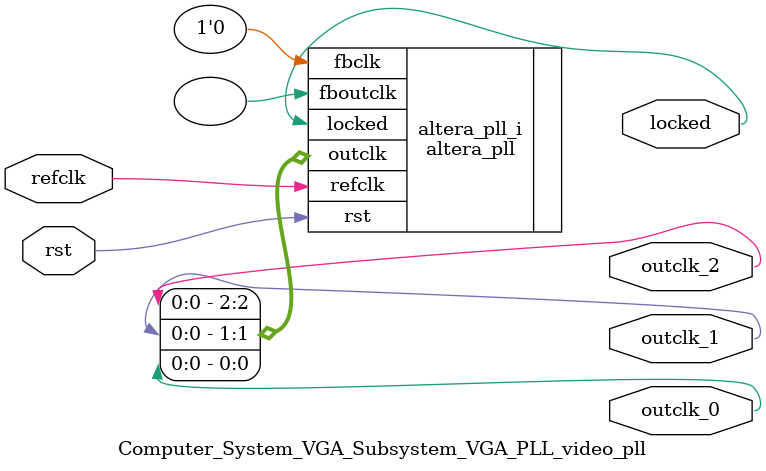
<source format=v>

`timescale 1ns/10ps
module  Computer_System_VGA_Subsystem_VGA_PLL_video_pll(

	// interface 'refclk'
	input wire refclk,

	// interface 'reset'
	input wire rst,

	// interface 'outclk0'
	output wire outclk_0,

	// interface 'outclk1'
	output wire outclk_1,

	// interface 'outclk2'
	output wire outclk_2,

	// interface 'locked'
	output wire locked
);

	altera_pll #(
		.fractional_vco_multiplier("false"),
		.reference_clock_frequency("50.0 MHz"),
		.operation_mode("direct"),
		.number_of_clocks(3),
		.output_clock_frequency0("25.000000 MHz"),
		.phase_shift0("0 ps"),
		.duty_cycle0(50),
		.output_clock_frequency1("25.000000 MHz"),
		.phase_shift1("0 ps"),
		.duty_cycle1(50),
		.output_clock_frequency2("33.000000 MHz"),
		.phase_shift2("0 ps"),
		.duty_cycle2(50),
		.output_clock_frequency3("0 MHz"),
		.phase_shift3("0 ps"),
		.duty_cycle3(50),
		.output_clock_frequency4("0 MHz"),
		.phase_shift4("0 ps"),
		.duty_cycle4(50),
		.output_clock_frequency5("0 MHz"),
		.phase_shift5("0 ps"),
		.duty_cycle5(50),
		.output_clock_frequency6("0 MHz"),
		.phase_shift6("0 ps"),
		.duty_cycle6(50),
		.output_clock_frequency7("0 MHz"),
		.phase_shift7("0 ps"),
		.duty_cycle7(50),
		.output_clock_frequency8("0 MHz"),
		.phase_shift8("0 ps"),
		.duty_cycle8(50),
		.output_clock_frequency9("0 MHz"),
		.phase_shift9("0 ps"),
		.duty_cycle9(50),
		.output_clock_frequency10("0 MHz"),
		.phase_shift10("0 ps"),
		.duty_cycle10(50),
		.output_clock_frequency11("0 MHz"),
		.phase_shift11("0 ps"),
		.duty_cycle11(50),
		.output_clock_frequency12("0 MHz"),
		.phase_shift12("0 ps"),
		.duty_cycle12(50),
		.output_clock_frequency13("0 MHz"),
		.phase_shift13("0 ps"),
		.duty_cycle13(50),
		.output_clock_frequency14("0 MHz"),
		.phase_shift14("0 ps"),
		.duty_cycle14(50),
		.output_clock_frequency15("0 MHz"),
		.phase_shift15("0 ps"),
		.duty_cycle15(50),
		.output_clock_frequency16("0 MHz"),
		.phase_shift16("0 ps"),
		.duty_cycle16(50),
		.output_clock_frequency17("0 MHz"),
		.phase_shift17("0 ps"),
		.duty_cycle17(50),
		.pll_type("General"),
		.pll_subtype("General")
	) altera_pll_i (
		.rst	(rst),
		.outclk	({outclk_2, outclk_1, outclk_0}),
		.locked	(locked),
		.fboutclk	( ),
		.fbclk	(1'b0),
		.refclk	(refclk)
	);
endmodule


</source>
